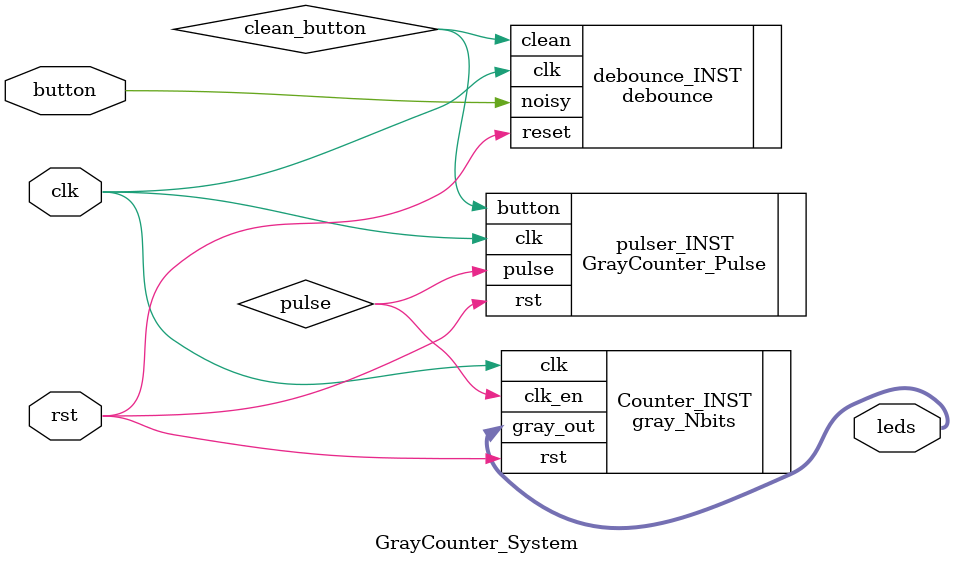
<source format=v>
`timescale 1ns / 1ps
module GrayCounter_System(clk, rst, button, leds);
  parameter N = 8;
  input clk, rst, button;
  output [N-1:0] leds;
  wire pulse, clean_button;
    
  // Instantiation of the GrayCounter_Pulse 
  // Here
	debounce debounce_INST (
    .reset( rst ),
    .clk( clk ),
    .noisy( button ),
    .clean( clean_button )
  );

  GrayCounter_Pulse pulser_INST (
    .clk ( clk ),
    .rst ( rst ),
    .button ( clean_button ),
    .pulse ( pulse )
  );


  // Instantiation of the gray_Nbits 
  // Epae
  gray_Nbits Counter_INST (
    .clk ( clk ),
    .clk_en ( pulse ),
    .rst ( rst ),
    .gray_out ( leds )
  );


endmodule

</source>
